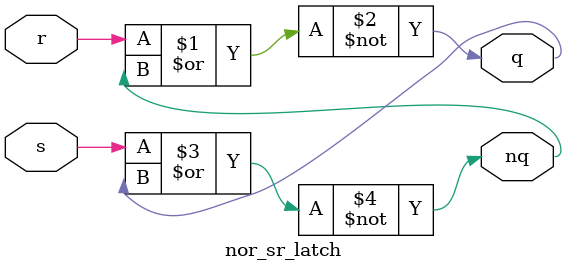
<source format=v>
`timescale 1ns / 1ps

module nor_sr_latch(s, r, q, nq);
    input s, r;
    output q, nq;
    
    nor(q, r, nq);
    nor(nq, s, q);
endmodule

</source>
